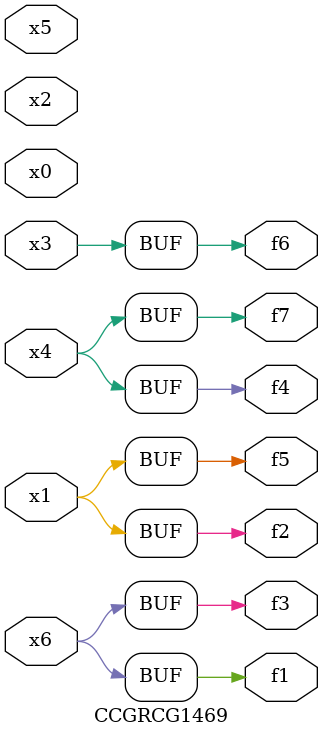
<source format=v>
module CCGRCG1469(
	input x0, x1, x2, x3, x4, x5, x6,
	output f1, f2, f3, f4, f5, f6, f7
);
	assign f1 = x6;
	assign f2 = x1;
	assign f3 = x6;
	assign f4 = x4;
	assign f5 = x1;
	assign f6 = x3;
	assign f7 = x4;
endmodule

</source>
